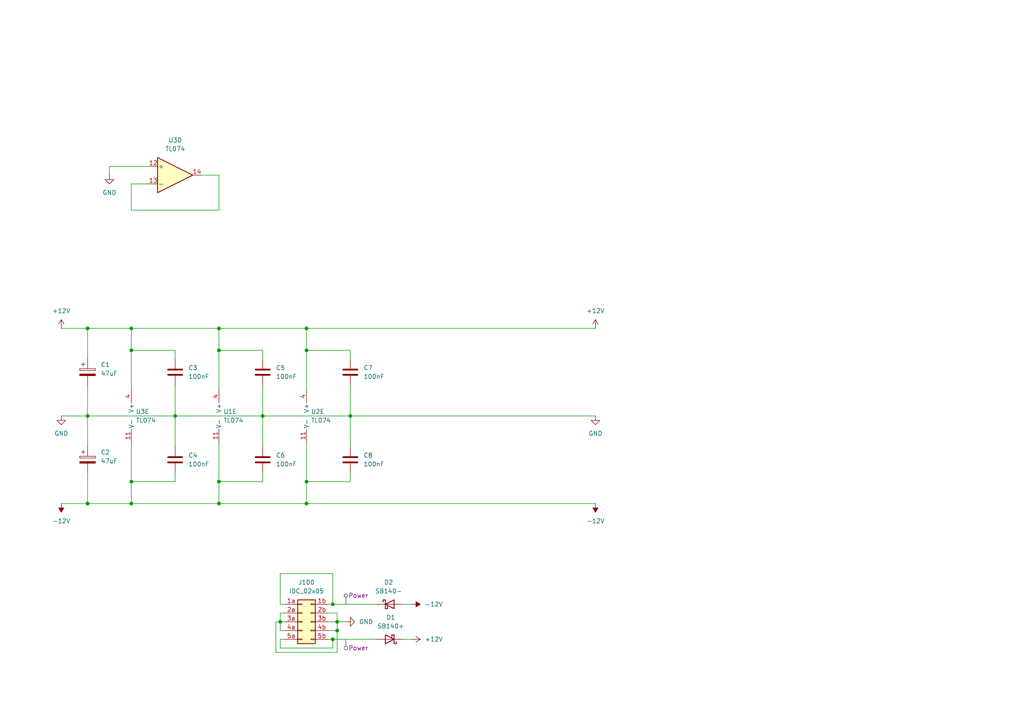
<source format=kicad_sch>
(kicad_sch (version 20250114) (generator "eeschema") (generator_version "9.0")
  (paper "A4")
  (title_block (title "Power Distribution") (company "DMH Instruments") (comment 1 "PCB for 5 cm Kosmo format synthesizer module"))
  (lib_symbols
    (symbol "Amplifier_Operational:TL074" (pin_names (offset 0.127))
      (property "Reference" "U" (at 0 5.08 0))
      (property "Value" "TL074" (at 0 -5.08 0))
      (symbol "TL074_1_1"
        (polyline (pts (xy -5.08 5.08) (xy 5.08 0) (xy -5.08 -5.08) (xy -5.08 5.08)) (stroke (width 0.254)) (fill (type background)))
        (pin input line (at -7.62 2.54 0) (length 2.54) (name "+") (number "3"))
        (pin input line (at -7.62 -2.54 0) (length 2.54) (name "-") (number "2"))
        (pin output line (at 7.62 0 180) (length 2.54) (name "~") (number "1"))
      )
      (symbol "TL074_2_1"
        (polyline (pts (xy -5.08 5.08) (xy 5.08 0) (xy -5.08 -5.08) (xy -5.08 5.08)) (stroke (width 0.254)) (fill (type background)))
        (pin input line (at -7.62 2.54 0) (length 2.54) (name "+") (number "5"))
        (pin input line (at -7.62 -2.54 0) (length 2.54) (name "-") (number "6"))
        (pin output line (at 7.62 0 180) (length 2.54) (name "~") (number "7"))
      )
      (symbol "TL074_3_1"
        (polyline (pts (xy -5.08 5.08) (xy 5.08 0) (xy -5.08 -5.08) (xy -5.08 5.08)) (stroke (width 0.254)) (fill (type background)))
        (pin input line (at -7.62 2.54 0) (length 2.54) (name "+") (number "10"))
        (pin input line (at -7.62 -2.54 0) (length 2.54) (name "-") (number "9"))
        (pin output line (at 7.62 0 180) (length 2.54) (name "~") (number "8"))
      )
      (symbol "TL074_4_1"
        (polyline (pts (xy -5.08 5.08) (xy 5.08 0) (xy -5.08 -5.08) (xy -5.08 5.08)) (stroke (width 0.254)) (fill (type background)))
        (pin input line (at -7.62 2.54 0) (length 2.54) (name "+") (number "12"))
        (pin input line (at -7.62 -2.54 0) (length 2.54) (name "-") (number "13"))
        (pin output line (at 7.62 0 180) (length 2.54) (name "~") (number "14"))
      )
      (symbol "TL074_5_1"
        (pin power_in line (at -2.54 7.62 270) (length 3.81) (name "V+") (number "4"))
        (pin power_in line (at -2.54 -7.62 90) (length 3.81) (name "V-") (number "11"))
      )
    )
    (symbol "Device:C" (pin_numbers (hide yes)) (pin_names (offset 0.254))
      (property "Reference" "C" (at 0.635 2.54 0))
      (property "Value" "C" (at 0.635 -2.54 0))
      (symbol "C_0_1"
        (polyline (pts (xy -2.032 0.762) (xy 2.032 0.762)) (stroke (width 0.508)))
        (polyline (pts (xy -2.032 -0.762) (xy 2.032 -0.762)) (stroke (width 0.508)))
      )
      (symbol "C_1_1"
        (pin passive line (at 0 3.81 270) (length 2.794) (name "~") (number "1"))
        (pin passive line (at 0 -3.81 90) (length 2.794) (name "~") (number "2"))
      )
    )
    (symbol "Device:C_Polarized" (pin_numbers (hide yes)) (pin_names (offset 0.254))
      (property "Reference" "C" (at 0.635 2.54 0))
      (property "Value" "C_Polarized" (at 0.635 -2.54 0))
      (symbol "C_Polarized_0_1"
        (rectangle (start -2.286 0.508) (end 2.286 1.016))
        (polyline (pts (xy -1.778 2.286) (xy -0.762 2.286)))
        (polyline (pts (xy -1.27 2.794) (xy -1.27 1.778)))
        (rectangle (start 2.286 -0.508) (end -2.286 -1.016) (fill (type outline)))
      )
      (symbol "C_Polarized_1_1"
        (pin passive line (at 0 3.81 270) (length 2.794) (name "~") (number "1"))
        (pin passive line (at 0 -3.81 90) (length 2.794) (name "~") (number "2"))
      )
    )
    (symbol "SynthStuff:Eurorack_Power_Connector_10Pin" (pin_names (offset 1.016) (hide yes))
      (property "Reference" "J" (at 0 -10.922 0))
      (property "Value" "IDC_02x05" (at 0 -8.382 0))
      (symbol "Eurorack_Power_Connector_10Pin_1_1"
        (rectangle (start -2.54 6.35) (end 2.54 -6.35) (stroke (width 0.254)) (fill (type background)))
        (rectangle (start -2.54 5.207) (end -1.27 4.953) (stroke (width 0.1524)))
        (rectangle (start -2.54 2.667) (end -1.27 2.413) (stroke (width 0.1524)))
        (rectangle (start -2.54 0.127) (end -1.27 -0.127) (stroke (width 0.1524)))
        (rectangle (start -2.54 -2.413) (end -1.27 -2.667) (stroke (width 0.1524)))
        (rectangle (start -2.54 -4.953) (end -1.27 -5.207) (stroke (width 0.1524)))
        (rectangle (start 2.54 5.207) (end 1.27 4.953) (stroke (width 0.1524)))
        (rectangle (start 2.54 2.667) (end 1.27 2.413) (stroke (width 0.1524)))
        (rectangle (start 2.54 0.127) (end 1.27 -0.127) (stroke (width 0.1524)))
        (rectangle (start 2.54 -2.413) (end 1.27 -2.667) (stroke (width 0.1524)))
        (rectangle (start 2.54 -4.953) (end 1.27 -5.207) (stroke (width 0.1524)))
        (pin power_out line (at -6.35 5.08 0) (length 3.81) (name "Pin_1a") (number "1a"))
        (pin power_out line (at -6.35 2.54 0) (length 3.81) (name "Pin_2a") (number "2a"))
        (pin passive line (at -6.35 0 0) (length 3.81) (name "Pin_3a") (number "3a"))
        (pin passive line (at -6.35 -2.54 0) (length 3.81) (name "Pin_4a") (number "4a"))
        (pin power_out line (at -6.35 -5.08 0) (length 3.81) (name "Pin_5a") (number "5a"))
        (pin passive line (at 6.35 5.08 180) (length 3.81) (name "Pin_1b") (number "1b"))
        (pin passive line (at 6.35 2.54 180) (length 3.81) (name "Pin_2b") (number "2b"))
        (pin passive line (at 6.35 0 180) (length 3.81) (name "Pin_3b") (number "3b"))
        (pin passive line (at 6.35 -2.54 180) (length 3.81) (name "Pin_4b") (number "4b"))
        (pin passive line (at 6.35 -5.08 180) (length 3.81) (name "Pin_5b") (number "5b"))
      )
    )
    (symbol "SynthStuff:Power_Bus_Schotty_+" (pin_numbers (hide yes)) (pin_names (offset 1.016) (hide yes))
      (property "Reference" "D" (at 0 2.54 0))
      (property "Value" "SB140+" (at 0 -2.54 0))
      (symbol "Power_Bus_Schotty_+_0_1"
        (polyline (pts (xy -1.905 0.635) (xy -1.905 1.27) (xy -1.27 1.27) (xy -1.27 -1.27) (xy -0.635 -1.27) (xy -0.635 -0.635)) (stroke (width 0.254)))
        (polyline (pts (xy 1.27 1.27) (xy 1.27 -1.27) (xy -1.27 0) (xy 1.27 1.27)) (stroke (width 0.254)))
        (polyline (pts (xy 1.27 0) (xy -1.27 0)))
      )
      (symbol "Power_Bus_Schotty_+_1_1"
        (pin power_out line (at -3.81 0 0) (length 2.54) (name "K") (number "1"))
        (pin power_in line (at 3.81 0 180) (length 2.54) (name "A") (number "2"))
      )
    )
    (symbol "SynthStuff:Power_Bus_Schotty_-" (pin_numbers (hide yes)) (pin_names (offset 1.016) (hide yes))
      (property "Reference" "D" (at 0 2.54 0))
      (property "Value" "SB140-" (at 0 -2.54 0))
      (symbol "Power_Bus_Schotty_-_0_1"
        (polyline (pts (xy -1.905 0.635) (xy -1.905 1.27) (xy -1.27 1.27) (xy -1.27 -1.27) (xy -0.635 -1.27) (xy -0.635 -0.635)) (stroke (width 0.254)))
        (polyline (pts (xy 1.27 1.27) (xy 1.27 -1.27) (xy -1.27 0) (xy 1.27 1.27)) (stroke (width 0.254)))
        (polyline (pts (xy 1.27 0) (xy -1.27 0)))
      )
      (symbol "Power_Bus_Schotty_-_1_1"
        (pin power_in line (at -3.81 0 0) (length 2.54) (name "K") (number "1"))
        (pin power_out line (at 3.81 0 180) (length 2.54) (name "A") (number "2"))
      )
    )
    (symbol "power:+12V" (power) (pin_numbers (hide yes)) (pin_names (offset 0) (hide yes))
      (property "Value" "+12V" (at 0 3.556 0))
      (symbol "+12V_0_1"
        (polyline (pts (xy -0.762 1.27) (xy 0 2.54)))
        (polyline (pts (xy 0 2.54) (xy 0.762 1.27)))
        (polyline (pts (xy 0 0) (xy 0 2.54)))
      )
      (symbol "+12V_1_1"
        (pin power_in line (at 0 0 90) (length 0) (name "~") (number "1"))
      )
    )
    (symbol "power:-12V" (power) (pin_numbers (hide yes)) (pin_names (offset 0) (hide yes))
      (property "Value" "-12V" (at 0 3.556 0))
      (symbol "-12V_0_0"
        (pin power_in line (at 0 0 90) (length 0) (name "~") (number "1"))
      )
      (symbol "-12V_0_1"
        (polyline (pts (xy 0 0) (xy 0 1.27) (xy 0.762 1.27) (xy 0 2.54) (xy -0.762 1.27) (xy 0 1.27)) (fill (type outline)))
      )
    )
    (symbol "power:GND" (power) (pin_numbers (hide yes)) (pin_names (offset 0) (hide yes))
      (property "Value" "GND" (at 0 -3.81 0))
      (symbol "GND_0_1"
        (polyline (pts (xy 0 0) (xy 0 -1.27) (xy 1.27 -1.27) (xy 0 -2.54) (xy -1.27 -1.27) (xy 0 -1.27)))
      )
      (symbol "GND_1_1"
        (pin power_in line (at 0 0 270) (length 0) (name "~") (number "1"))
      )
    )
  )
  (junction (at 88.9 101.6))
  (junction (at 81.28 180.34))
  (junction (at 63.5 146.05))
  (junction (at 97.79 180.34))
  (junction (at 88.9 139.7))
  (junction (at 88.9 146.05))
  (junction (at 88.9 95.25))
  (junction (at 25.4 120.65))
  (junction (at 38.1 95.25))
  (junction (at 38.1 139.7))
  (junction (at 96.52 175.26))
  (junction (at 76.2 120.65))
  (junction (at 97.79 182.88))
  (junction (at 25.4 146.05))
  (junction (at 38.1 101.6))
  (junction (at 96.52 185.42))
  (junction (at 50.8 120.65))
  (junction (at 63.5 101.6))
  (junction (at 101.6 120.65))
  (junction (at 25.4 95.25))
  (junction (at 63.5 95.25))
  (junction (at 38.1 146.05))
  (junction (at 63.5 139.7))
  (wire (pts (xy 96.52 175.26) (xy 109.22 175.26)))
  (wire (pts (xy 81.28 166.37) (xy 96.52 166.37)))
  (wire (pts (xy 76.2 111.76) (xy 76.2 120.65)))
  (wire (pts (xy 88.9 128.27) (xy 88.9 139.7)))
  (wire (pts (xy 38.1 101.6) (xy 38.1 113.03)))
  (wire (pts (xy 81.28 180.34) (xy 80.01 180.34)))
  (wire (pts (xy 63.5 101.6) (xy 63.5 113.03)))
  (wire (pts (xy 38.1 95.25) (xy 38.1 101.6)))
  (wire (pts (xy 31.75 48.26) (xy 31.75 50.8)))
  (wire (pts (xy 50.8 137.16) (xy 50.8 139.7)))
  (wire (pts (xy 95.25 185.42) (xy 96.52 185.42)))
  (wire (pts (xy 17.78 120.65) (xy 25.4 120.65)))
  (wire (pts (xy 101.6 120.65) (xy 172.72 120.65)))
  (wire (pts (xy 38.1 53.34) (xy 38.1 60.96)))
  (wire (pts (xy 81.28 177.8) (xy 82.55 177.8)))
  (wire (pts (xy 95.25 180.34) (xy 97.79 180.34)))
  (wire (pts (xy 97.79 189.23) (xy 97.79 182.88)))
  (wire (pts (xy 116.84 185.42) (xy 119.38 185.42)))
  (wire (pts (xy 38.1 60.96) (xy 63.5 60.96)))
  (wire (pts (xy 25.4 146.05) (xy 38.1 146.05)))
  (wire (pts (xy 101.6 111.76) (xy 101.6 120.65)))
  (wire (pts (xy 82.55 182.88) (xy 81.28 182.88)))
  (wire (pts (xy 81.28 175.26) (xy 81.28 166.37)))
  (wire (pts (xy 25.4 95.25) (xy 25.4 104.14)))
  (wire (pts (xy 50.8 139.7) (xy 38.1 139.7)))
  (wire (pts (xy 76.2 120.65) (xy 101.6 120.65)))
  (wire (pts (xy 50.8 120.65) (xy 76.2 120.65)))
  (wire (pts (xy 43.18 53.34) (xy 38.1 53.34)))
  (wire (pts (xy 96.52 166.37) (xy 96.52 175.26)))
  (wire (pts (xy 88.9 146.05) (xy 172.72 146.05)))
  (wire (pts (xy 17.78 95.25) (xy 25.4 95.25)))
  (wire (pts (xy 76.2 139.7) (xy 63.5 139.7)))
  (wire (pts (xy 25.4 95.25) (xy 38.1 95.25)))
  (wire (pts (xy 81.28 182.88) (xy 81.28 180.34)))
  (wire (pts (xy 63.5 146.05) (xy 88.9 146.05)))
  (wire (pts (xy 82.55 175.26) (xy 81.28 175.26)))
  (wire (pts (xy 63.5 50.8) (xy 58.42 50.8)))
  (wire (pts (xy 97.79 177.8) (xy 97.79 180.34)))
  (wire (pts (xy 101.6 139.7) (xy 88.9 139.7)))
  (wire (pts (xy 25.4 111.76) (xy 25.4 120.65)))
  (wire (pts (xy 50.8 104.14) (xy 50.8 101.6)))
  (wire (pts (xy 88.9 101.6) (xy 101.6 101.6)))
  (wire (pts (xy 82.55 185.42) (xy 81.28 185.42)))
  (wire (pts (xy 116.84 175.26) (xy 119.38 175.26)))
  (wire (pts (xy 38.1 146.05) (xy 63.5 146.05)))
  (wire (pts (xy 25.4 120.65) (xy 25.4 129.54)))
  (wire (pts (xy 63.5 95.25) (xy 63.5 101.6)))
  (wire (pts (xy 81.28 185.42) (xy 81.28 187.96)))
  (wire (pts (xy 95.25 182.88) (xy 97.79 182.88)))
  (wire (pts (xy 95.25 177.8) (xy 97.79 177.8)))
  (wire (pts (xy 101.6 120.65) (xy 101.6 129.54)))
  (wire (pts (xy 88.9 95.25) (xy 172.72 95.25)))
  (wire (pts (xy 81.28 180.34) (xy 82.55 180.34)))
  (wire (pts (xy 101.6 137.16) (xy 101.6 139.7)))
  (wire (pts (xy 81.28 187.96) (xy 96.52 187.96)))
  (wire (pts (xy 97.79 180.34) (xy 100.33 180.34)))
  (wire (pts (xy 38.1 128.27) (xy 38.1 139.7)))
  (wire (pts (xy 50.8 111.76) (xy 50.8 120.65)))
  (wire (pts (xy 88.9 95.25) (xy 88.9 101.6)))
  (wire (pts (xy 101.6 104.14) (xy 101.6 101.6)))
  (wire (pts (xy 63.5 95.25) (xy 88.9 95.25)))
  (wire (pts (xy 88.9 139.7) (xy 88.9 146.05)))
  (wire (pts (xy 80.01 189.23) (xy 97.79 189.23)))
  (wire (pts (xy 76.2 120.65) (xy 76.2 129.54)))
  (wire (pts (xy 38.1 95.25) (xy 63.5 95.25)))
  (wire (pts (xy 63.5 128.27) (xy 63.5 139.7)))
  (wire (pts (xy 43.18 48.26) (xy 31.75 48.26)))
  (wire (pts (xy 80.01 180.34) (xy 80.01 189.23)))
  (wire (pts (xy 25.4 137.16) (xy 25.4 146.05)))
  (wire (pts (xy 38.1 101.6) (xy 50.8 101.6)))
  (wire (pts (xy 96.52 187.96) (xy 96.52 185.42)))
  (wire (pts (xy 76.2 104.14) (xy 76.2 101.6)))
  (wire (pts (xy 97.79 182.88) (xy 97.79 180.34)))
  (wire (pts (xy 88.9 101.6) (xy 88.9 113.03)))
  (wire (pts (xy 63.5 101.6) (xy 76.2 101.6)))
  (wire (pts (xy 17.78 146.05) (xy 25.4 146.05)))
  (wire (pts (xy 81.28 180.34) (xy 81.28 177.8)))
  (wire (pts (xy 95.25 175.26) (xy 96.52 175.26)))
  (wire (pts (xy 63.5 60.96) (xy 63.5 50.8)))
  (wire (pts (xy 63.5 139.7) (xy 63.5 146.05)))
  (wire (pts (xy 38.1 139.7) (xy 38.1 146.05)))
  (wire (pts (xy 96.52 185.42) (xy 109.22 185.42)))
  (wire (pts (xy 76.2 137.16) (xy 76.2 139.7)))
  (wire (pts (xy 50.8 120.65) (xy 50.8 129.54)))
  (wire (pts (xy 25.4 120.65) (xy 50.8 120.65)))
  (netclass_flag "" (length 2.54) (shape round) (at 100.33 185.42 180) (property "Netclass" "Power" (at 101.0285 187.96 0) (effects (justify left))))
  (netclass_flag "" (length 2.54) (shape round) (at 100.33 175.26 0) (property "Netclass" "Power" (at 101.0285 172.72 0) (effects (justify left))))
  (symbol (lib_id "Device:C") (at 50.8 107.95 0) (unit 1)
    (property "Reference" "C3" (at 54.61 106.6799 0) (effects (justify left)))
    (property "Value" "100nF" (at 54.61 109.2199 0) (effects (justify left)))
    (property "Footprint" "Capacitor_THT:C_Disc_D4.3mm_W1.9mm_P5.00mm" (effects (hide yes)))
    (property "Description" "Unpolarized capacitor" (effects (hide yes)))
  )
  (symbol (lib_id "Amplifier_Operational:TL074") (at 66.04 120.65 0) (unit 5)
    (property "Reference" "U1" (at 64.77 119.3799 0) (effects (justify left)))
    (property "Value" "TL074" (at 64.77 121.9199 0) (effects (justify left)))
    (property "Footprint" "Package_DIP:DIP-14_W7.62mm_Socket" (effects (hide yes)))
    (property "Datasheet" "http://www.ti.com/lit/ds/symlink/tl071.pdf" (effects (hide yes)))
    (property "Description" "Quad Low-Noise JFET-Input Operational Amplifiers, DIP-14/SOIC-14" (effects (hide yes)))
  )
  (symbol (lib_id "Device:C_Polarized") (at 25.4 133.35 0) (unit 1)
    (property "Reference" "C2" (at 29.21 131.1909 0) (effects (justify left)))
    (property "Value" "47uF" (at 29.21 133.7309 0) (effects (justify left)))
    (property "Footprint" "Capacitor_THT:CP_Radial_D5.0mm_P2.00mm" (effects (hide yes)))
    (property "Description" "Polarized capacitor" (effects (hide yes)))
  )
  (symbol (lib_id "power:+12V") (at 17.78 95.25 0) (unit 1)
    (property "Reference" "#PWR013" (effects (hide yes)))
    (property "Value" "+12V" (at 17.78 90.17 0))
    (property "Description" "Power symbol creates a global label with name \"+12V\"" (effects (hide yes)))
  )
  (symbol (lib_id "power:-12V") (at 119.38 175.26 270) (unit 1)
    (property "Reference" "#PWR05" (effects (hide yes)))
    (property "Value" "-12V" (at 123.19 175.2599 90) (effects (justify left)))
    (property "Description" "Power symbol creates a global label with name \"-12V\"" (effects (hide yes)))
  )
  (symbol (lib_id "power:GND") (at 31.75 50.8 0) (unit 1)
    (property "Reference" "#PWR08" (effects (hide yes)))
    (property "Value" "GND" (at 31.75 55.88 0))
    (property "Description" "Power symbol creates a global label with name \"GND\" , ground" (effects (hide yes)))
  )
  (symbol (lib_id "Amplifier_Operational:TL074") (at 50.8 50.8 0) (unit 4)
    (property "Reference" "U3" (at 50.8 40.64 0))
    (property "Value" "TL074" (at 50.8 43.18 0))
    (property "Datasheet" "http://www.ti.com/lit/ds/symlink/tl071.pdf" (effects (hide yes)))
    (property "Description" "Quad Low-Noise JFET-Input Operational Amplifiers, DIP-14/SOIC-14" (effects (hide yes)))
  )
  (symbol (lib_id "power:-12V") (at 17.78 146.05 180) (unit 1)
    (property "Reference" "#PWR017" (effects (hide yes)))
    (property "Value" "-12V" (at 17.78 151.13 0))
    (property "Description" "Power symbol creates a global label with name \"-12V\"" (effects (hide yes)))
  )
  (symbol (lib_id "SynthStuff:Eurorack_Power_Connector_10Pin") (at 88.9 180.34 0) (unit 1)
    (property "Reference" "J100" (at 88.9 168.91 0))
    (property "Value" "IDC_02x05" (at 88.9 171.45 0))
    (property "Footprint" "SynthStuff:IDC-Header_2x05_P2.54mm_Vertical_Eurorack" (effects (hide yes)))
    (property "Description" "IDC jack, 2x5 pins, row a carries same signals as row b." (effects (hide yes)))
  )
  (symbol (lib_id "Device:C") (at 50.8 133.35 0) (unit 1)
    (property "Reference" "C4" (at 54.61 132.0799 0) (effects (justify left)))
    (property "Value" "100nF" (at 54.61 134.6199 0) (effects (justify left)))
    (property "Footprint" "Capacitor_THT:C_Disc_D4.3mm_W1.9mm_P5.00mm" (effects (hide yes)))
    (property "Description" "Unpolarized capacitor" (effects (hide yes)))
  )
  (symbol (lib_id "power:GND") (at 17.78 120.65 0) (unit 1)
    (property "Reference" "#PWR015" (effects (hide yes)))
    (property "Value" "GND" (at 17.78 125.73 0))
    (property "Description" "Power symbol creates a global label with name \"GND\" , ground" (effects (hide yes)))
  )
  (symbol (lib_id "Amplifier_Operational:TL074") (at 40.64 120.65 0) (unit 5)
    (property "Reference" "U3" (at 39.37 119.3799 0) (effects (justify left)))
    (property "Value" "TL074" (at 39.37 121.9199 0) (effects (justify left)))
    (property "Datasheet" "http://www.ti.com/lit/ds/symlink/tl071.pdf" (effects (hide yes)))
    (property "Description" "Quad Low-Noise JFET-Input Operational Amplifiers, DIP-14/SOIC-14" (effects (hide yes)))
  )
  (symbol (lib_id "power:+12V") (at 172.72 95.25 0) (unit 1)
    (property "Reference" "#PWR014" (effects (hide yes)))
    (property "Value" "+12V" (at 172.72 90.17 0))
    (property "Description" "Power symbol creates a global label with name \"+12V\"" (effects (hide yes)))
  )
  (symbol (lib_id "power:GND") (at 172.72 120.65 0) (unit 1)
    (property "Reference" "#PWR016" (effects (hide yes)))
    (property "Value" "GND" (at 172.72 125.73 0))
    (property "Description" "Power symbol creates a global label with name \"GND\" , ground" (effects (hide yes)))
  )
  (symbol (lib_id "SynthStuff:Power_Bus_Schotty_+") (at 113.03 185.42 180) (unit 1)
    (property "Reference" "D1" (at 113.3475 179.07 0))
    (property "Value" "SB140+" (at 113.3475 181.61 0))
    (property "Footprint" "Diode_THT:D_DO-41_SOD81_P10.16mm_Horizontal" (effects (hide yes)))
    (property "Datasheet" "http://www.diodes.com/_files/datasheets/ds23022.pdf" (effects (hide yes)))
    (property "Description" "40V 1A Schottky Barrier Rectifier Diode, DO-41" (effects (hide yes)))
  )
  (symbol (lib_id "Device:C") (at 76.2 133.35 0) (unit 1)
    (property "Reference" "C6" (at 80.01 132.0799 0) (effects (justify left)))
    (property "Value" "100nF" (at 80.01 134.6199 0) (effects (justify left)))
    (property "Footprint" "Capacitor_THT:C_Disc_D4.3mm_W1.9mm_P5.00mm" (effects (hide yes)))
    (property "Description" "Unpolarized capacitor" (effects (hide yes)))
  )
  (symbol (lib_id "Device:C") (at 76.2 107.95 0) (unit 1)
    (property "Reference" "C5" (at 80.01 106.6799 0) (effects (justify left)))
    (property "Value" "100nF" (at 80.01 109.2199 0) (effects (justify left)))
    (property "Footprint" "Capacitor_THT:C_Disc_D4.3mm_W1.9mm_P5.00mm" (effects (hide yes)))
    (property "Description" "Unpolarized capacitor" (effects (hide yes)))
  )
  (symbol (lib_id "Amplifier_Operational:TL074") (at 91.44 120.65 0) (unit 5)
    (property "Reference" "U2" (at 90.17 119.3799 0) (effects (justify left)))
    (property "Value" "TL074" (at 90.17 121.9199 0) (effects (justify left)))
    (property "Footprint" "Package_DIP:DIP-14_W7.62mm_Socket" (effects (hide yes)))
    (property "Datasheet" "http://www.ti.com/lit/ds/symlink/tl071.pdf" (effects (hide yes)))
    (property "Description" "Quad Low-Noise JFET-Input Operational Amplifiers, DIP-14/SOIC-14" (effects (hide yes)))
  )
  (symbol (lib_id "power:+12V") (at 119.38 185.42 270) (unit 1)
    (property "Reference" "#PWR06" (effects (hide yes)))
    (property "Value" "+12V" (at 123.19 185.4199 90) (effects (justify left)))
    (property "Description" "Power symbol creates a global label with name \"+12V\"" (effects (hide yes)))
  )
  (symbol (lib_id "Device:C") (at 101.6 107.95 0) (unit 1)
    (property "Reference" "C7" (at 105.41 106.6799 0) (effects (justify left)))
    (property "Value" "100nF" (at 105.41 109.2199 0) (effects (justify left)))
    (property "Footprint" "Capacitor_THT:C_Disc_D4.3mm_W1.9mm_P5.00mm" (effects (hide yes)))
    (property "Description" "Unpolarized capacitor" (effects (hide yes)))
  )
  (symbol (lib_id "Device:C_Polarized") (at 25.4 107.95 0) (unit 1)
    (property "Reference" "C1" (at 29.21 105.7909 0) (effects (justify left)))
    (property "Value" "47uF" (at 29.21 108.3309 0) (effects (justify left)))
    (property "Footprint" "Capacitor_THT:CP_Radial_D5.0mm_P2.00mm" (effects (hide yes)))
    (property "Description" "Polarized capacitor" (effects (hide yes)))
  )
  (symbol (lib_id "Device:C") (at 101.6 133.35 0) (unit 1)
    (property "Reference" "C8" (at 105.41 132.0799 0) (effects (justify left)))
    (property "Value" "100nF" (at 105.41 134.6199 0) (effects (justify left)))
    (property "Footprint" "Capacitor_THT:C_Disc_D4.3mm_W1.9mm_P5.00mm" (effects (hide yes)))
    (property "Description" "Unpolarized capacitor" (effects (hide yes)))
  )
  (symbol (lib_id "power:-12V") (at 172.72 146.05 180) (unit 1)
    (property "Reference" "#PWR018" (effects (hide yes)))
    (property "Value" "-12V" (at 172.72 151.13 0))
    (property "Description" "Power symbol creates a global label with name \"-12V\"" (effects (hide yes)))
  )
  (symbol (lib_id "SynthStuff:Power_Bus_Schotty_-") (at 113.03 175.26 0) (unit 1)
    (property "Reference" "D2" (at 112.7125 168.91 0))
    (property "Value" "SB140-" (at 112.7125 171.45 0))
    (property "Footprint" "Diode_THT:D_DO-41_SOD81_P10.16mm_Horizontal" (effects (hide yes)))
    (property "Datasheet" "http://www.diodes.com/_files/datasheets/ds23022.pdf" (effects (hide yes)))
    (property "Description" "40V 1A Schottky Barrier Rectifier Diode, DO-41" (effects (hide yes)))
  )
  (symbol (lib_id "power:GND") (at 100.33 180.34 90) (unit 1)
    (property "Reference" "#PWR07" (effects (hide yes)))
    (property "Value" "GND" (at 104.14 180.3399 90) (effects (justify right)))
    (property "Description" "Power symbol creates a global label with name \"GND\" , ground" (effects (hide yes)))
  )
)
</source>
